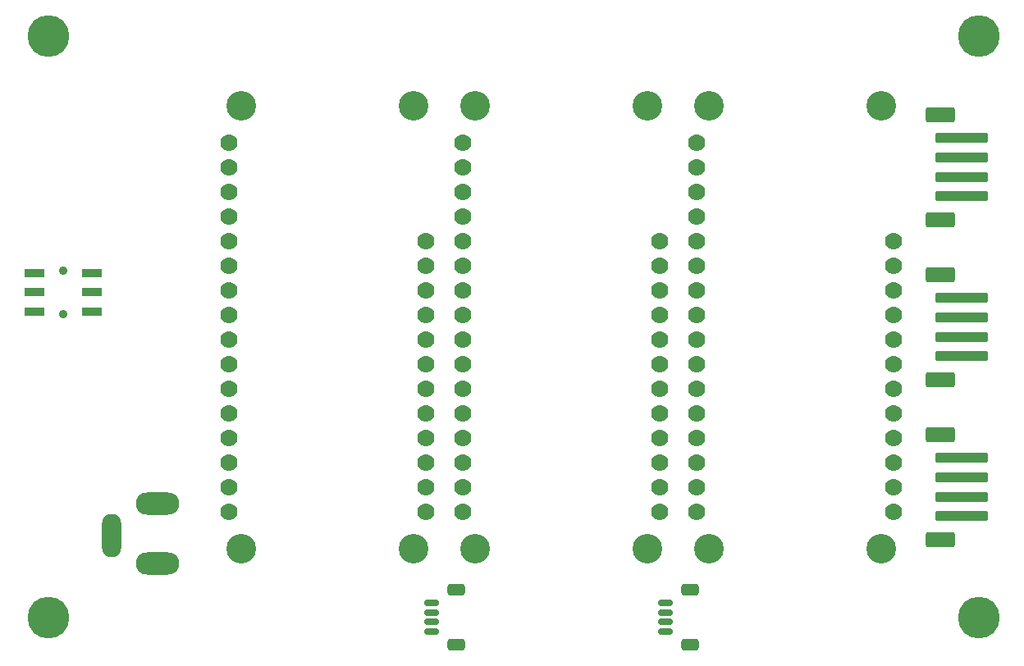
<source format=gbr>
%TF.GenerationSoftware,KiCad,Pcbnew,7.0.10-7.0.10~ubuntu22.04.1*%
%TF.CreationDate,2024-09-09T09:26:16-07:00*%
%TF.ProjectId,iorodeo_feather_tripler_enc1,696f726f-6465-46f5-9f66-656174686572,rev?*%
%TF.SameCoordinates,Original*%
%TF.FileFunction,Soldermask,Top*%
%TF.FilePolarity,Negative*%
%FSLAX46Y46*%
G04 Gerber Fmt 4.6, Leading zero omitted, Abs format (unit mm)*
G04 Created by KiCad (PCBNEW 7.0.10-7.0.10~ubuntu22.04.1) date 2024-09-09 09:26:16*
%MOMM*%
%LPD*%
G01*
G04 APERTURE LIST*
G04 Aperture macros list*
%AMRoundRect*
0 Rectangle with rounded corners*
0 $1 Rounding radius*
0 $2 $3 $4 $5 $6 $7 $8 $9 X,Y pos of 4 corners*
0 Add a 4 corners polygon primitive as box body*
4,1,4,$2,$3,$4,$5,$6,$7,$8,$9,$2,$3,0*
0 Add four circle primitives for the rounded corners*
1,1,$1+$1,$2,$3*
1,1,$1+$1,$4,$5*
1,1,$1+$1,$6,$7*
1,1,$1+$1,$8,$9*
0 Add four rect primitives between the rounded corners*
20,1,$1+$1,$2,$3,$4,$5,0*
20,1,$1+$1,$4,$5,$6,$7,0*
20,1,$1+$1,$6,$7,$8,$9,0*
20,1,$1+$1,$8,$9,$2,$3,0*%
G04 Aperture macros list end*
%ADD10C,0.900000*%
%ADD11R,2.000000X0.900000*%
%ADD12C,4.300000*%
%ADD13O,4.500000X2.300000*%
%ADD14O,2.000000X4.500000*%
%ADD15C,3.048000*%
%ADD16C,1.778000*%
%ADD17RoundRect,0.250000X2.500000X-0.250000X2.500000X0.250000X-2.500000X0.250000X-2.500000X-0.250000X0*%
%ADD18RoundRect,0.250000X1.250000X-0.550000X1.250000X0.550000X-1.250000X0.550000X-1.250000X-0.550000X0*%
%ADD19RoundRect,0.150000X-0.625000X0.150000X-0.625000X-0.150000X0.625000X-0.150000X0.625000X0.150000X0*%
%ADD20RoundRect,0.250000X-0.650000X0.350000X-0.650000X-0.350000X0.650000X-0.350000X0.650000X0.350000X0*%
G04 APERTURE END LIST*
D10*
%TO.C,SW1*%
X52324000Y-79466000D03*
X52324000Y-74966000D03*
D11*
X49324000Y-79216000D03*
X49324000Y-77216000D03*
X49324000Y-75216000D03*
X55324000Y-79216000D03*
X55324000Y-77216000D03*
X55324000Y-75216000D03*
%TD*%
D12*
%TO.C,M2*%
X146812000Y-50800000D03*
%TD*%
D13*
%TO.C,J1*%
X62086300Y-105239700D03*
X62086300Y-99039700D03*
D14*
X57286300Y-102289700D03*
%TD*%
D15*
%TO.C,U1*%
X88519000Y-103657400D03*
X88519000Y-57937400D03*
X70739000Y-103657400D03*
X70739000Y-57937400D03*
D16*
X89789000Y-99847400D03*
X89789000Y-97307400D03*
X89789000Y-94767400D03*
X89789000Y-92227400D03*
X89789000Y-89687400D03*
X89789000Y-87147400D03*
X89789000Y-84607400D03*
X89789000Y-82067400D03*
X89789000Y-79527400D03*
X89789000Y-76987400D03*
X89789000Y-74447400D03*
X89789000Y-71907400D03*
X69469000Y-61747400D03*
X69469000Y-64287400D03*
X69469000Y-66827400D03*
X69469000Y-69367400D03*
X69469000Y-71907400D03*
X69469000Y-74447400D03*
X69469000Y-76987400D03*
X69469000Y-79527400D03*
X69469000Y-82067400D03*
X69469000Y-84607400D03*
X69469000Y-87147400D03*
X69469000Y-89687400D03*
X69469000Y-92227400D03*
X69469000Y-94767400D03*
X69469000Y-97307400D03*
X69469000Y-99847400D03*
%TD*%
D15*
%TO.C,U3*%
X136779000Y-103657400D03*
X136779000Y-57937400D03*
X118999000Y-103657400D03*
X118999000Y-57937400D03*
D16*
X138049000Y-99847400D03*
X138049000Y-97307400D03*
X138049000Y-94767400D03*
X138049000Y-92227400D03*
X138049000Y-89687400D03*
X138049000Y-87147400D03*
X138049000Y-84607400D03*
X138049000Y-82067400D03*
X138049000Y-79527400D03*
X138049000Y-76987400D03*
X138049000Y-74447400D03*
X138049000Y-71907400D03*
X117729000Y-61747400D03*
X117729000Y-64287400D03*
X117729000Y-66827400D03*
X117729000Y-69367400D03*
X117729000Y-71907400D03*
X117729000Y-74447400D03*
X117729000Y-76987400D03*
X117729000Y-79527400D03*
X117729000Y-82067400D03*
X117729000Y-84607400D03*
X117729000Y-87147400D03*
X117729000Y-89687400D03*
X117729000Y-92227400D03*
X117729000Y-94767400D03*
X117729000Y-97307400D03*
X117729000Y-99847400D03*
%TD*%
D15*
%TO.C,U2*%
X112649000Y-103657400D03*
X112649000Y-57937400D03*
X94869000Y-103657400D03*
X94869000Y-57937400D03*
D16*
X113919000Y-99847400D03*
X113919000Y-97307400D03*
X113919000Y-94767400D03*
X113919000Y-92227400D03*
X113919000Y-89687400D03*
X113919000Y-87147400D03*
X113919000Y-84607400D03*
X113919000Y-82067400D03*
X113919000Y-79527400D03*
X113919000Y-76987400D03*
X113919000Y-74447400D03*
X113919000Y-71907400D03*
X93599000Y-61747400D03*
X93599000Y-64287400D03*
X93599000Y-66827400D03*
X93599000Y-69367400D03*
X93599000Y-71907400D03*
X93599000Y-74447400D03*
X93599000Y-76987400D03*
X93599000Y-79527400D03*
X93599000Y-82067400D03*
X93599000Y-84607400D03*
X93599000Y-87147400D03*
X93599000Y-89687400D03*
X93599000Y-92227400D03*
X93599000Y-94767400D03*
X93599000Y-97307400D03*
X93599000Y-99847400D03*
%TD*%
D12*
%TO.C,M1*%
X50800000Y-50800000D03*
%TD*%
D17*
%TO.C,J2*%
X145050000Y-67287400D03*
X145050000Y-65287400D03*
X145050000Y-63287400D03*
X145050000Y-61287400D03*
D18*
X142800000Y-58887400D03*
X142800000Y-69687400D03*
%TD*%
D17*
%TO.C,J3*%
X145050000Y-83797400D03*
X145050000Y-81797400D03*
X145050000Y-79797400D03*
X145050000Y-77797400D03*
D18*
X142800000Y-75397400D03*
X142800000Y-86197400D03*
%TD*%
D17*
%TO.C,J4*%
X145050000Y-100307400D03*
X145050000Y-98307400D03*
X145050000Y-96307400D03*
X145050000Y-94307400D03*
D18*
X142800000Y-91907400D03*
X142800000Y-102707400D03*
%TD*%
D12*
%TO.C,M3*%
X146812000Y-110794800D03*
%TD*%
%TO.C,M4*%
X50800000Y-110794800D03*
%TD*%
D19*
%TO.C,J5*%
X90369000Y-109244000D03*
X90369000Y-110244000D03*
X90369000Y-111244000D03*
X90369000Y-112244000D03*
D20*
X92894000Y-107944000D03*
X92894000Y-113544000D03*
%TD*%
D19*
%TO.C,J6*%
X114499000Y-109244000D03*
X114499000Y-110244000D03*
X114499000Y-111244000D03*
X114499000Y-112244000D03*
D20*
X117024000Y-107944000D03*
X117024000Y-113544000D03*
%TD*%
M02*

</source>
